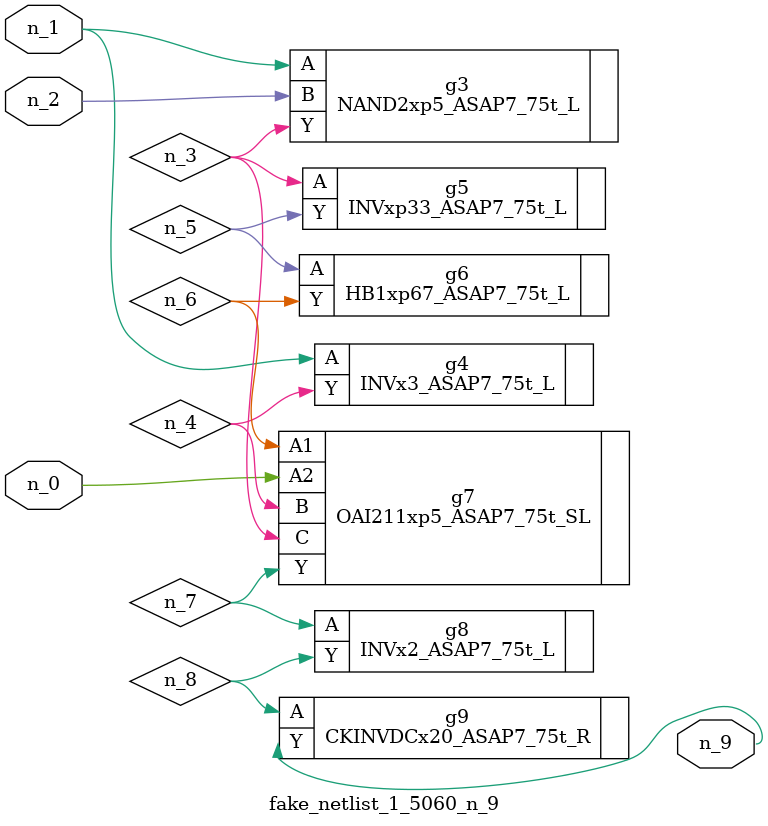
<source format=v>
module fake_netlist_1_5060_n_9 (n_1, n_2, n_0, n_9);
input n_1;
input n_2;
input n_0;
output n_9;
wire n_6;
wire n_4;
wire n_3;
wire n_5;
wire n_7;
wire n_8;
NAND2xp5_ASAP7_75t_L g3 ( .A(n_1), .B(n_2), .Y(n_3) );
INVx3_ASAP7_75t_L g4 ( .A(n_1), .Y(n_4) );
INVxp33_ASAP7_75t_L g5 ( .A(n_3), .Y(n_5) );
HB1xp67_ASAP7_75t_L g6 ( .A(n_5), .Y(n_6) );
OAI211xp5_ASAP7_75t_SL g7 ( .A1(n_6), .A2(n_0), .B(n_4), .C(n_3), .Y(n_7) );
INVx2_ASAP7_75t_L g8 ( .A(n_7), .Y(n_8) );
CKINVDCx20_ASAP7_75t_R g9 ( .A(n_8), .Y(n_9) );
endmodule
</source>
